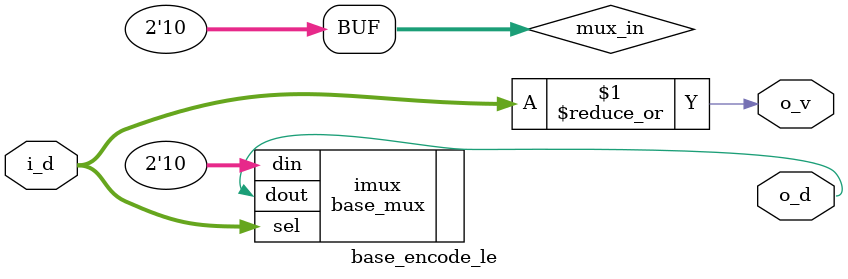
<source format=sv>
/*
 * Copyright 2017 IBM Corporation
 * Licensed to the Apache Software Foundation (ASF) under one
 * or more contributor license agreements.  See the NOTICE file
 * distributed with this work for additional information
 * regarding copyright ownership.  The ASF licenses this file
 * to you under the Apache License, Version 2.0 (the
 * "License"); you may not use this file except in compliance
 * with the License.  You may obtain a copy of the License at
 *
 *     http://www.apache.org/licenses/LICENSE-2.0
 *
 * Unless required by applicable law or agreed to in writing, software
 * distributed under the License is distributed on an "AS IS" BASIS,
 * WITHOUT WARRANTIES OR CONDITIONS OF ANY KIND, either express or implied.
 * See the License for the specific language governing permissions and
 * limitations under the License.
 *
 * Author: Andrew K Martin akmartin@us.ibm.com
 */
 
module base_encode_le#(parameter enc_width=1, parameter dec_width=2)
   (input [dec_width-1:0] i_d,
    output [enc_width-1:0] o_d,
    output 		   o_v
    );

   wire [enc_width*dec_width-1:0] mux_in;
   genvar 			  i;
   generate
      for(i=0; i< dec_width; i=i+1)
	begin : gen
	   localparam [enc_width-1:0] ii = i;
	   assign mux_in[enc_width*(i+1)-1:enc_width*i] = ii;
	end
   endgenerate
   base_mux#(.width(enc_width),.ways(dec_width)) imux(.sel(i_d),.din(mux_in),.dout(o_d));
   assign o_v = | i_d;
endmodule // base_encode

</source>
